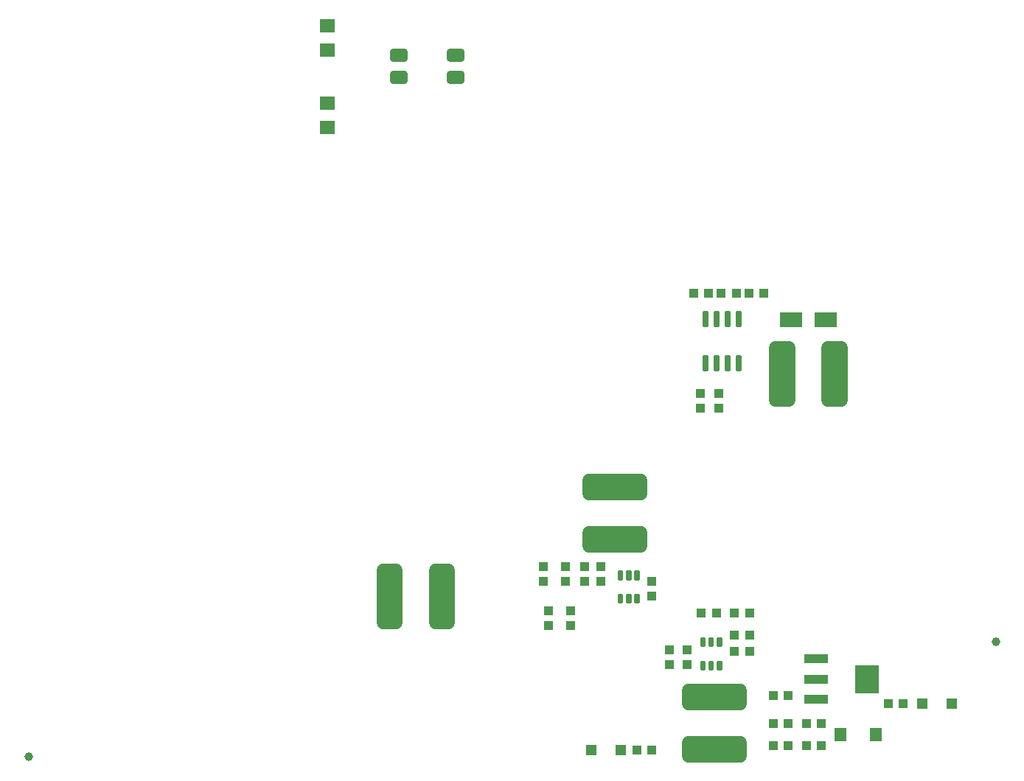
<source format=gbr>
G04 EAGLE Gerber RS-274X export*
G75*
%MOMM*%
%FSLAX34Y34*%
%LPD*%
%INSolderpaste Top*%
%IPPOS*%
%AMOC8*
5,1,8,0,0,1.08239X$1,22.5*%
G01*
%ADD10R,1.000000X1.100000*%
%ADD11R,1.100000X1.000000*%
%ADD12C,0.775000*%
%ADD13R,1.400000X1.640000*%
%ADD14C,1.000000*%
%ADD15R,2.700000X3.300000*%
%ADD16R,2.700000X1.000000*%
%ADD17R,1.803000X1.600000*%
%ADD18C,1.500000*%
%ADD19R,1.300000X1.300000*%
%ADD20C,0.300000*%
%ADD21R,2.650000X1.750000*%
%ADD22C,0.360000*%


D10*
X746150Y245600D03*
X746150Y262600D03*
X765200Y245600D03*
X765200Y262600D03*
X823300Y228500D03*
X823300Y245500D03*
X843280Y167250D03*
X843280Y150250D03*
D11*
X963050Y82550D03*
X980050Y82550D03*
X963050Y114300D03*
X980050Y114300D03*
X963050Y57150D03*
X980050Y57150D03*
X1018150Y57150D03*
X1001150Y57150D03*
X1001150Y82550D03*
X1018150Y82550D03*
D10*
X863600Y150250D03*
X863600Y167250D03*
D12*
X604275Y829375D02*
X591025Y829375D01*
X604275Y829375D02*
X604275Y821625D01*
X591025Y821625D01*
X591025Y829375D01*
X591025Y828987D02*
X604275Y828987D01*
X604275Y854775D02*
X591025Y854775D01*
X604275Y854775D02*
X604275Y847025D01*
X591025Y847025D01*
X591025Y854775D01*
X591025Y854387D02*
X604275Y854387D01*
X539275Y854775D02*
X526025Y854775D01*
X539275Y854775D02*
X539275Y847025D01*
X526025Y847025D01*
X526025Y854775D01*
X526025Y854387D02*
X539275Y854387D01*
X539275Y829375D02*
X526025Y829375D01*
X539275Y829375D02*
X539275Y821625D01*
X526025Y821625D01*
X526025Y829375D01*
X526025Y828987D02*
X539275Y828987D01*
D13*
X1040300Y69850D03*
X1080600Y69850D03*
D14*
X1218520Y176520D03*
D15*
X1070900Y133350D03*
D16*
X1011900Y110350D03*
X1011900Y133350D03*
X1011900Y156350D03*
D17*
X450850Y884170D03*
X450850Y855730D03*
X450850Y795270D03*
X450850Y766830D03*
D11*
X730250Y211700D03*
X730250Y194700D03*
X704850Y194700D03*
X704850Y211700D03*
D10*
X897500Y209550D03*
X880500Y209550D03*
X935600Y209550D03*
X918600Y209550D03*
X935600Y165100D03*
X918600Y165100D03*
X918600Y184150D03*
X935600Y184150D03*
D11*
X723900Y262500D03*
X723900Y245500D03*
X698500Y262500D03*
X698500Y245500D03*
D18*
X529950Y198600D02*
X514950Y198600D01*
X514950Y258600D01*
X529950Y258600D01*
X529950Y198600D01*
X529950Y212850D02*
X514950Y212850D01*
X514950Y227100D02*
X529950Y227100D01*
X529950Y241350D02*
X514950Y241350D01*
X514950Y255600D02*
X529950Y255600D01*
X574950Y198600D02*
X589950Y198600D01*
X574950Y198600D02*
X574950Y258600D01*
X589950Y258600D01*
X589950Y198600D01*
X589950Y212850D02*
X574950Y212850D01*
X574950Y227100D02*
X589950Y227100D01*
X589950Y241350D02*
X574950Y241350D01*
X574950Y255600D02*
X589950Y255600D01*
X811050Y286350D02*
X811050Y301350D01*
X811050Y286350D02*
X751050Y286350D01*
X751050Y301350D01*
X811050Y301350D01*
X811050Y300600D02*
X751050Y300600D01*
X811050Y346350D02*
X811050Y361350D01*
X811050Y346350D02*
X751050Y346350D01*
X751050Y361350D01*
X811050Y361350D01*
X811050Y360600D02*
X751050Y360600D01*
X865350Y120050D02*
X865350Y105050D01*
X865350Y120050D02*
X925350Y120050D01*
X925350Y105050D01*
X865350Y105050D01*
X865350Y119300D02*
X925350Y119300D01*
X865350Y60050D02*
X865350Y45050D01*
X865350Y60050D02*
X925350Y60050D01*
X925350Y45050D01*
X865350Y45050D01*
X865350Y59300D02*
X925350Y59300D01*
D14*
X107950Y44450D03*
D19*
X754000Y52000D03*
X788000Y52000D03*
X1168000Y105000D03*
X1134000Y105000D03*
D10*
X823500Y52000D03*
X806500Y52000D03*
X1095500Y105000D03*
X1112500Y105000D03*
D20*
X808000Y229500D02*
X805000Y229500D01*
X808000Y229500D02*
X808000Y221500D01*
X805000Y221500D01*
X805000Y229500D01*
X805000Y224350D02*
X808000Y224350D01*
X808000Y227200D02*
X805000Y227200D01*
X789000Y229500D02*
X786000Y229500D01*
X789000Y229500D02*
X789000Y221500D01*
X786000Y221500D01*
X786000Y229500D01*
X786000Y224350D02*
X789000Y224350D01*
X789000Y227200D02*
X786000Y227200D01*
X786000Y256500D02*
X789000Y256500D01*
X789000Y248500D01*
X786000Y248500D01*
X786000Y256500D01*
X786000Y251350D02*
X789000Y251350D01*
X789000Y254200D02*
X786000Y254200D01*
X795500Y256500D02*
X798500Y256500D01*
X798500Y248500D01*
X795500Y248500D01*
X795500Y256500D01*
X795500Y251350D02*
X798500Y251350D01*
X798500Y254200D02*
X795500Y254200D01*
X805000Y256500D02*
X808000Y256500D01*
X808000Y248500D01*
X805000Y248500D01*
X805000Y256500D01*
X805000Y251350D02*
X808000Y251350D01*
X808000Y254200D02*
X805000Y254200D01*
X798500Y229500D02*
X795500Y229500D01*
X798500Y229500D02*
X798500Y221500D01*
X795500Y221500D01*
X795500Y229500D01*
X795500Y224350D02*
X798500Y224350D01*
X798500Y227200D02*
X795500Y227200D01*
X880650Y171590D02*
X883650Y171590D01*
X880650Y171590D02*
X880650Y179590D01*
X883650Y179590D01*
X883650Y171590D01*
X883650Y174440D02*
X880650Y174440D01*
X880650Y177290D02*
X883650Y177290D01*
X899650Y171590D02*
X902650Y171590D01*
X899650Y171590D02*
X899650Y179590D01*
X902650Y179590D01*
X902650Y171590D01*
X902650Y174440D02*
X899650Y174440D01*
X899650Y177290D02*
X902650Y177290D01*
X902650Y144590D02*
X899650Y144590D01*
X899650Y152590D01*
X902650Y152590D01*
X902650Y144590D01*
X902650Y147440D02*
X899650Y147440D01*
X899650Y150290D02*
X902650Y150290D01*
X893150Y144590D02*
X890150Y144590D01*
X890150Y152590D01*
X893150Y152590D01*
X893150Y144590D01*
X893150Y147440D02*
X890150Y147440D01*
X890150Y150290D02*
X893150Y150290D01*
X883650Y144590D02*
X880650Y144590D01*
X880650Y152590D01*
X883650Y152590D01*
X883650Y144590D01*
X883650Y147440D02*
X880650Y147440D01*
X880650Y150290D02*
X883650Y150290D01*
X890150Y171590D02*
X893150Y171590D01*
X890150Y171590D02*
X890150Y179590D01*
X893150Y179590D01*
X893150Y171590D01*
X893150Y174440D02*
X890150Y174440D01*
X890150Y177290D02*
X893150Y177290D01*
D10*
X878840Y444890D03*
X878840Y461890D03*
X935110Y576580D03*
X952110Y576580D03*
X900430Y444890D03*
X900430Y461890D03*
D11*
X888610Y576580D03*
X871610Y576580D03*
D18*
X1025800Y513870D02*
X1040800Y513870D01*
X1040800Y453870D01*
X1025800Y453870D01*
X1025800Y513870D01*
X1025800Y468120D02*
X1040800Y468120D01*
X1040800Y482370D02*
X1025800Y482370D01*
X1025800Y496620D02*
X1040800Y496620D01*
X1040800Y510870D02*
X1025800Y510870D01*
X980800Y513870D02*
X965800Y513870D01*
X980800Y513870D02*
X980800Y453870D01*
X965800Y453870D01*
X965800Y513870D01*
X965800Y468120D02*
X980800Y468120D01*
X980800Y482370D02*
X965800Y482370D01*
X965800Y496620D02*
X980800Y496620D01*
X980800Y510870D02*
X965800Y510870D01*
D21*
X983150Y546100D03*
X1023450Y546100D03*
D22*
X921490Y539670D02*
X921490Y555070D01*
X925090Y555070D01*
X925090Y539670D01*
X921490Y539670D01*
X921490Y543090D02*
X925090Y543090D01*
X925090Y546510D02*
X921490Y546510D01*
X921490Y549930D02*
X925090Y549930D01*
X925090Y553350D02*
X921490Y553350D01*
X908790Y555070D02*
X908790Y539670D01*
X908790Y555070D02*
X912390Y555070D01*
X912390Y539670D01*
X908790Y539670D01*
X908790Y543090D02*
X912390Y543090D01*
X912390Y546510D02*
X908790Y546510D01*
X908790Y549930D02*
X912390Y549930D01*
X912390Y553350D02*
X908790Y553350D01*
X896090Y555070D02*
X896090Y539670D01*
X896090Y555070D02*
X899690Y555070D01*
X899690Y539670D01*
X896090Y539670D01*
X896090Y543090D02*
X899690Y543090D01*
X899690Y546510D02*
X896090Y546510D01*
X896090Y549930D02*
X899690Y549930D01*
X899690Y553350D02*
X896090Y553350D01*
X883390Y555070D02*
X883390Y539670D01*
X883390Y555070D02*
X886990Y555070D01*
X886990Y539670D01*
X883390Y539670D01*
X883390Y543090D02*
X886990Y543090D01*
X886990Y546510D02*
X883390Y546510D01*
X883390Y549930D02*
X886990Y549930D01*
X886990Y553350D02*
X883390Y553350D01*
X883390Y504270D02*
X883390Y488870D01*
X883390Y504270D02*
X886990Y504270D01*
X886990Y488870D01*
X883390Y488870D01*
X883390Y492290D02*
X886990Y492290D01*
X886990Y495710D02*
X883390Y495710D01*
X883390Y499130D02*
X886990Y499130D01*
X886990Y502550D02*
X883390Y502550D01*
X896090Y504270D02*
X896090Y488870D01*
X896090Y504270D02*
X899690Y504270D01*
X899690Y488870D01*
X896090Y488870D01*
X896090Y492290D02*
X899690Y492290D01*
X899690Y495710D02*
X896090Y495710D01*
X896090Y499130D02*
X899690Y499130D01*
X899690Y502550D02*
X896090Y502550D01*
X908790Y504270D02*
X908790Y488870D01*
X908790Y504270D02*
X912390Y504270D01*
X912390Y488870D01*
X908790Y488870D01*
X908790Y492290D02*
X912390Y492290D01*
X912390Y495710D02*
X908790Y495710D01*
X908790Y499130D02*
X912390Y499130D01*
X912390Y502550D02*
X908790Y502550D01*
X921490Y504270D02*
X921490Y488870D01*
X921490Y504270D02*
X925090Y504270D01*
X925090Y488870D01*
X921490Y488870D01*
X921490Y492290D02*
X925090Y492290D01*
X925090Y495710D02*
X921490Y495710D01*
X921490Y499130D02*
X925090Y499130D01*
X925090Y502550D02*
X921490Y502550D01*
D10*
X903360Y576580D03*
X920360Y576580D03*
M02*

</source>
